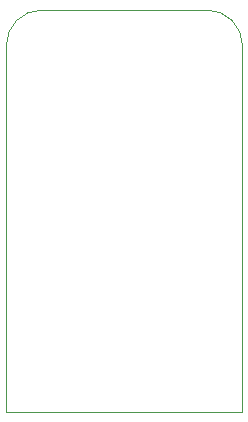
<source format=gbr>
%TF.GenerationSoftware,KiCad,Pcbnew,9.0.0*%
%TF.CreationDate,2025-05-09T11:35:13-04:00*%
%TF.ProjectId,Blue Raven Extension,426c7565-2052-4617-9665-6e2045787465,rev?*%
%TF.SameCoordinates,Original*%
%TF.FileFunction,Profile,NP*%
%FSLAX46Y46*%
G04 Gerber Fmt 4.6, Leading zero omitted, Abs format (unit mm)*
G04 Created by KiCad (PCBNEW 9.0.0) date 2025-05-09 11:35:13*
%MOMM*%
%LPD*%
G01*
G04 APERTURE LIST*
%TA.AperFunction,Profile*%
%ADD10C,0.050000*%
%TD*%
G04 APERTURE END LIST*
D10*
X206000000Y-85000000D02*
G75*
G02*
X209000000Y-88000000I0J-3000000D01*
G01*
X189000000Y-88000000D02*
X189000000Y-119000000D01*
X206000000Y-85000000D02*
X192000000Y-85000000D01*
X189000000Y-88000000D02*
G75*
G02*
X192000000Y-85000000I3000000J0D01*
G01*
X209000000Y-119000000D02*
X209000000Y-88000000D01*
X189000000Y-119000000D02*
X209000000Y-119000000D01*
M02*

</source>
